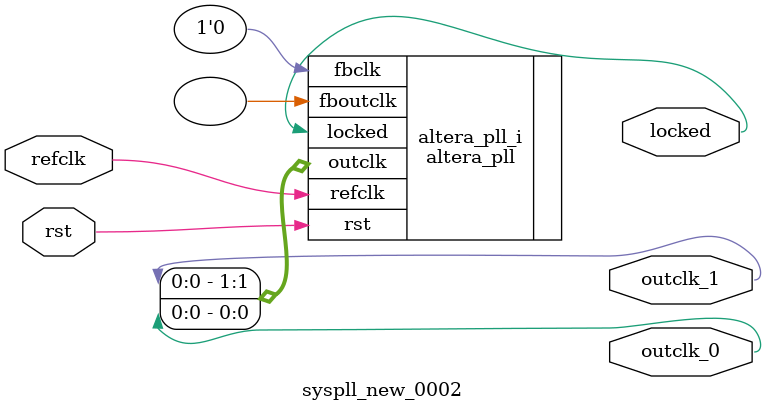
<source format=v>
`timescale 1ns/10ps
module  syspll_new_0002(

	// interface 'refclk'
	input wire refclk,

	// interface 'reset'
	input wire rst,

	// interface 'outclk0'
	output wire outclk_0,

	// interface 'outclk1'
	output wire outclk_1,

	// interface 'locked'
	output wire locked
);

	altera_pll #(
		.fractional_vco_multiplier("false"),
		.reference_clock_frequency("50.0 MHz"),
		.operation_mode("direct"),
		.number_of_clocks(2),
		.output_clock_frequency0("100.000000 MHz"),
		.phase_shift0("0 ps"),
		.duty_cycle0(50),
		.output_clock_frequency1("18.421052 MHz"),
		.phase_shift1("0 ps"),
		.duty_cycle1(50),
		.output_clock_frequency2("0 MHz"),
		.phase_shift2("0 ps"),
		.duty_cycle2(50),
		.output_clock_frequency3("0 MHz"),
		.phase_shift3("0 ps"),
		.duty_cycle3(50),
		.output_clock_frequency4("0 MHz"),
		.phase_shift4("0 ps"),
		.duty_cycle4(50),
		.output_clock_frequency5("0 MHz"),
		.phase_shift5("0 ps"),
		.duty_cycle5(50),
		.output_clock_frequency6("0 MHz"),
		.phase_shift6("0 ps"),
		.duty_cycle6(50),
		.output_clock_frequency7("0 MHz"),
		.phase_shift7("0 ps"),
		.duty_cycle7(50),
		.output_clock_frequency8("0 MHz"),
		.phase_shift8("0 ps"),
		.duty_cycle8(50),
		.output_clock_frequency9("0 MHz"),
		.phase_shift9("0 ps"),
		.duty_cycle9(50),
		.output_clock_frequency10("0 MHz"),
		.phase_shift10("0 ps"),
		.duty_cycle10(50),
		.output_clock_frequency11("0 MHz"),
		.phase_shift11("0 ps"),
		.duty_cycle11(50),
		.output_clock_frequency12("0 MHz"),
		.phase_shift12("0 ps"),
		.duty_cycle12(50),
		.output_clock_frequency13("0 MHz"),
		.phase_shift13("0 ps"),
		.duty_cycle13(50),
		.output_clock_frequency14("0 MHz"),
		.phase_shift14("0 ps"),
		.duty_cycle14(50),
		.output_clock_frequency15("0 MHz"),
		.phase_shift15("0 ps"),
		.duty_cycle15(50),
		.output_clock_frequency16("0 MHz"),
		.phase_shift16("0 ps"),
		.duty_cycle16(50),
		.output_clock_frequency17("0 MHz"),
		.phase_shift17("0 ps"),
		.duty_cycle17(50),
		.pll_type("General"),
		.pll_subtype("General")
	) altera_pll_i (
		.rst	(rst),
		.outclk	({outclk_1, outclk_0}),
		.locked	(locked),
		.fboutclk	( ),
		.fbclk	(1'b0),
		.refclk	(refclk)
	);
endmodule


</source>
